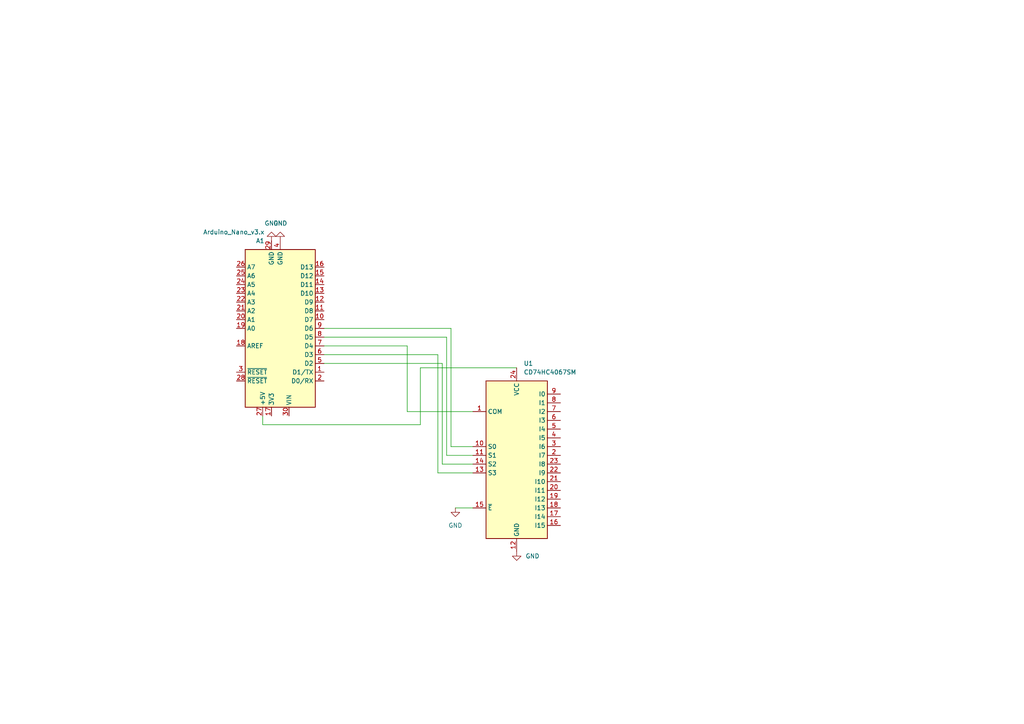
<source format=kicad_sch>
(kicad_sch (version 20211123) (generator eeschema)
  (paper "A4")
  (lib_symbols
    (symbol "74xx:CD74HC4067SM"
      (property "Reference" "U" (at -8.89 22.86 0))
      (property "Value" "CD74HC4067SM" (at 1.27 22.86 0))
      (symbol "CD74HC4067SM_0_1"
        (rectangle (start -8.89 21.59) (end 8.89 -24.13) (stroke (width 0.254)) (fill (type background)))
      )
      (symbol "CD74HC4067SM_1_1"
        (pin passive line (at -12.7 12.7 0) (length 3.81) (name "COM") (number "1"))
        (pin input line (at -12.7 2.54 0) (length 3.81) (name "S0") (number "10"))
        (pin input line (at -12.7 0 0) (length 3.81) (name "S1") (number "11"))
        (pin power_in line (at 0 -27.94 90) (length 3.81) (name "GND") (number "12"))
        (pin input line (at -12.7 -5.08 0) (length 3.81) (name "S3") (number "13"))
        (pin input line (at -12.7 -2.54 0) (length 3.81) (name "S2") (number "14"))
        (pin input line (at -12.7 -15.24 0) (length 3.81) (name "~{E}") (number "15"))
        (pin passive line (at 12.7 -20.32 180) (length 3.81) (name "I15") (number "16"))
        (pin passive line (at 12.7 -17.78 180) (length 3.81) (name "I14") (number "17"))
        (pin passive line (at 12.7 -15.24 180) (length 3.81) (name "I13") (number "18"))
        (pin passive line (at 12.7 -12.7 180) (length 3.81) (name "I12") (number "19"))
        (pin passive line (at 12.7 0 180) (length 3.81) (name "I7") (number "2"))
        (pin passive line (at 12.7 -10.16 180) (length 3.81) (name "I11") (number "20"))
        (pin passive line (at 12.7 -7.62 180) (length 3.81) (name "I10") (number "21"))
        (pin passive line (at 12.7 -5.08 180) (length 3.81) (name "I9") (number "22"))
        (pin passive line (at 12.7 -2.54 180) (length 3.81) (name "I8") (number "23"))
        (pin power_in line (at 0 25.4 270) (length 3.81) (name "VCC") (number "24"))
        (pin passive line (at 12.7 2.54 180) (length 3.81) (name "I6") (number "3"))
        (pin passive line (at 12.7 5.08 180) (length 3.81) (name "I5") (number "4"))
        (pin passive line (at 12.7 7.62 180) (length 3.81) (name "I4") (number "5"))
        (pin passive line (at 12.7 10.16 180) (length 3.81) (name "I3") (number "6"))
        (pin passive line (at 12.7 12.7 180) (length 3.81) (name "I2") (number "7"))
        (pin passive line (at 12.7 15.24 180) (length 3.81) (name "I1") (number "8"))
        (pin passive line (at 12.7 17.78 180) (length 3.81) (name "I0") (number "9"))
      )
    )
    (symbol "MCU_Module:Arduino_Nano_v3.x"
      (property "Reference" "A" (at -10.16 23.495 0))
      (property "Value" "Arduino_Nano_v3.x" (at 5.08 -24.13 0))
      (symbol "Arduino_Nano_v3.x_0_1"
        (rectangle (start -10.16 22.86) (end 10.16 -22.86) (stroke (width 0.254)) (fill (type background)))
      )
      (symbol "Arduino_Nano_v3.x_1_1"
        (pin bidirectional line (at -12.7 12.7 0) (length 2.54) (name "D1/TX") (number "1"))
        (pin bidirectional line (at -12.7 -2.54 0) (length 2.54) (name "D7") (number "10"))
        (pin bidirectional line (at -12.7 -5.08 0) (length 2.54) (name "D8") (number "11"))
        (pin bidirectional line (at -12.7 -7.62 0) (length 2.54) (name "D9") (number "12"))
        (pin bidirectional line (at -12.7 -10.16 0) (length 2.54) (name "D10") (number "13"))
        (pin bidirectional line (at -12.7 -12.7 0) (length 2.54) (name "D11") (number "14"))
        (pin bidirectional line (at -12.7 -15.24 0) (length 2.54) (name "D12") (number "15"))
        (pin bidirectional line (at -12.7 -17.78 0) (length 2.54) (name "D13") (number "16"))
        (pin power_out line (at 2.54 25.4 270) (length 2.54) (name "3V3") (number "17"))
        (pin input line (at 12.7 5.08 180) (length 2.54) (name "AREF") (number "18"))
        (pin bidirectional line (at 12.7 0 180) (length 2.54) (name "A0") (number "19"))
        (pin bidirectional line (at -12.7 15.24 0) (length 2.54) (name "D0/RX") (number "2"))
        (pin bidirectional line (at 12.7 -2.54 180) (length 2.54) (name "A1") (number "20"))
        (pin bidirectional line (at 12.7 -5.08 180) (length 2.54) (name "A2") (number "21"))
        (pin bidirectional line (at 12.7 -7.62 180) (length 2.54) (name "A3") (number "22"))
        (pin bidirectional line (at 12.7 -10.16 180) (length 2.54) (name "A4") (number "23"))
        (pin bidirectional line (at 12.7 -12.7 180) (length 2.54) (name "A5") (number "24"))
        (pin bidirectional line (at 12.7 -15.24 180) (length 2.54) (name "A6") (number "25"))
        (pin bidirectional line (at 12.7 -17.78 180) (length 2.54) (name "A7") (number "26"))
        (pin power_out line (at 5.08 25.4 270) (length 2.54) (name "+5V") (number "27"))
        (pin input line (at 12.7 15.24 180) (length 2.54) (name "~{RESET}") (number "28"))
        (pin power_in line (at 2.54 -25.4 90) (length 2.54) (name "GND") (number "29"))
        (pin input line (at 12.7 12.7 180) (length 2.54) (name "~{RESET}") (number "3"))
        (pin power_in line (at -2.54 25.4 270) (length 2.54) (name "VIN") (number "30"))
        (pin power_in line (at 0 -25.4 90) (length 2.54) (name "GND") (number "4"))
        (pin bidirectional line (at -12.7 10.16 0) (length 2.54) (name "D2") (number "5"))
        (pin bidirectional line (at -12.7 7.62 0) (length 2.54) (name "D3") (number "6"))
        (pin bidirectional line (at -12.7 5.08 0) (length 2.54) (name "D4") (number "7"))
        (pin bidirectional line (at -12.7 2.54 0) (length 2.54) (name "D5") (number "8"))
        (pin bidirectional line (at -12.7 0 0) (length 2.54) (name "D6") (number "9"))
      )
    )
    (symbol "power:GND" (power) (pin_names (offset 0))
      (property "Value" "GND" (at 0 -3.81 0))
      (symbol "GND_0_1"
        (polyline (pts (xy 0 0) (xy 0 -1.27) (xy 1.27 -1.27) (xy 0 -2.54) (xy -1.27 -1.27) (xy 0 -1.27)))
      )
      (symbol "GND_1_1"
        (pin power_in line (at 0 0 270) (length 0) hide (name "GND") (number "1"))
      )
    )
  )
  (wire (pts (xy 128.27 134.62) (xy 137.16 134.62)))
  (wire (pts (xy 118.11 119.38) (xy 118.11 100.33)))
  (wire (pts (xy 121.92 123.19) (xy 121.92 106.68)))
  (wire (pts (xy 129.54 132.08) (xy 129.54 97.79)))
  (wire (pts (xy 129.54 97.79) (xy 93.98 97.79)))
  (wire (pts (xy 129.54 132.08) (xy 137.16 132.08)))
  (wire (pts (xy 130.81 129.54) (xy 130.81 95.25)))
  (wire (pts (xy 127 137.16) (xy 127 102.87)))
  (wire (pts (xy 137.16 119.38) (xy 118.11 119.38)))
  (wire (pts (xy 128.27 134.62) (xy 128.27 105.41)))
  (wire (pts (xy 121.92 106.68) (xy 149.86 106.68)))
  (wire (pts (xy 76.2 120.65) (xy 76.2 123.19)))
  (wire (pts (xy 130.81 95.25) (xy 93.98 95.25)))
  (wire (pts (xy 127 137.16) (xy 137.16 137.16)))
  (wire (pts (xy 132.08 147.32) (xy 137.16 147.32)))
  (wire (pts (xy 118.11 100.33) (xy 93.98 100.33)))
  (wire (pts (xy 76.2 123.19) (xy 121.92 123.19)))
  (wire (pts (xy 128.27 105.41) (xy 93.98 105.41)))
  (wire (pts (xy 127 102.87) (xy 93.98 102.87)))
  (wire (pts (xy 130.81 129.54) (xy 137.16 129.54)))
  (symbol (lib_id "power:GND") (at 78.74 69.85 180) (unit 1)
    (property "Reference" "#PWR0102" (effects hide))
    (property "Value" "GND" (at 78.74 64.77 0))
  )
  (symbol (lib_id "74xx:CD74HC4067SM") (at 149.86 132.08 0) (unit 1)
    (property "Reference" "U1" (at 151.8794 105.41 0) (effects (justify left)))
    (property "Value" "CD74HC4067SM" (at 151.8794 107.95 0) (effects (justify left)))
    (property "Footprint" "Package_SO:SSOP-24_5.3x8.2mm_P0.65mm" (effects hide))
    (property "Datasheet" "http://www.ti.com/lit/ds/symlink/cd74hc4067.pdf" (effects hide))
  )
  (symbol (lib_id "MCU_Module:Arduino_Nano_v3.x") (at 81.28 95.25 180) (unit 1)
    (property "Reference" "A1" (at 76.7206 69.85 0) (effects (justify left)))
    (property "Value" "Arduino_Nano_v3.x" (at 76.7206 67.31 0) (effects (justify left)))
    (property "Footprint" "Module:Arduino_Nano" (effects hide))
    (property "Datasheet" "http://www.mouser.com/pdfdocs/Gravitech_Arduino_Nano3_0.pdf" (effects hide))
  )
  (symbol (lib_id "power:GND") (at 149.86 160.02 0) (unit 1)
    (property "Reference" "#PWR0104" (effects hide))
    (property "Value" "GND" (at 152.4 161.2899 0) (effects (justify left)))
  )
  (symbol (lib_id "power:GND") (at 132.08 147.32 0) (unit 1)
    (property "Reference" "#PWR0103" (effects hide))
    (property "Value" "GND" (at 132.08 152.4 0))
  )
  (symbol (lib_id "power:GND") (at 81.28 69.85 180) (unit 1)
    (property "Reference" "#PWR0101" (effects hide))
    (property "Value" "GND" (at 81.28 64.77 0))
  )
)
</source>
